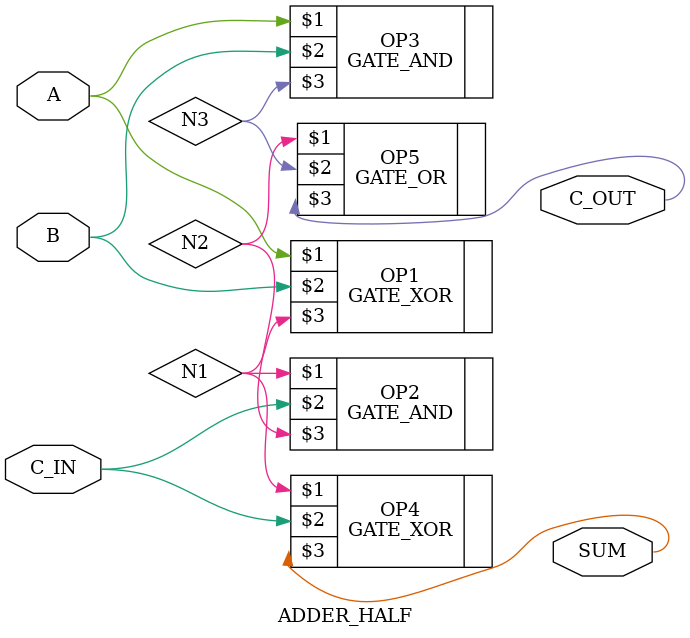
<source format=sv>
module ADDER_HALF(
	input A,
	input B,
	input C_IN,
	output SUM,
	output C_OUT);

	logic N1, N2, N3;
	
	GATE_XOR OP1(A, B, N1);
	GATE_AND OP2(N1, C_IN, N2);
	GATE_AND OP3(A, B, N3);
	GATE_XOR OP4(N1, C_IN, SUM);
	GATE_OR OP5(N2, N3, C_OUT);
	
endmodule: ADDER_HALF
</source>
